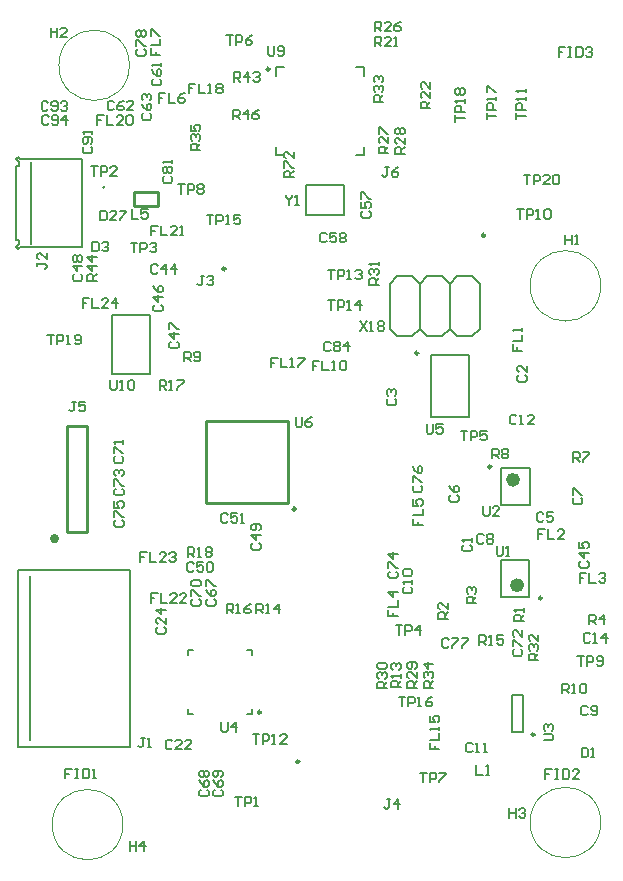
<source format=gto>
G04 Layer_Color=65535*
%FSLAX24Y24*%
%MOIN*%
G70*
G01*
G75*
%ADD44C,0.0060*%
%ADD45C,0.0080*%
%ADD46C,0.0050*%
%ADD47C,0.0100*%
%ADD53C,0.0070*%
%ADD55C,0.0160*%
%ADD94C,0.0098*%
%ADD95C,0.0236*%
%ADD96C,0.0010*%
%ADD97C,0.0098*%
%ADD98C,0.0039*%
%ADD99C,0.0079*%
D44*
X12271Y19940D02*
X12771D01*
X12021Y18190D02*
Y19690D01*
Y18190D02*
X12271Y17940D01*
X12771D01*
X13021Y18190D01*
X12021Y19690D02*
X12271Y19940D01*
X12771D02*
X13021Y19690D01*
X14271Y19940D02*
X14771D01*
X13271D02*
X13771D01*
X13021Y18190D02*
Y19690D01*
X14021Y18190D02*
Y19690D01*
X13021Y18190D02*
X13271Y17940D01*
X13771D01*
X14021Y18190D01*
X14271Y17940D01*
X14771D01*
X15021Y18190D01*
Y19690D01*
X13021D02*
X13271Y19940D01*
X13771D02*
X14021Y19690D01*
X14271Y19940D01*
X14771D02*
X15021Y19690D01*
D45*
X2506Y22901D02*
G03*
X2506Y22901I-31J0D01*
G01*
X-388Y10153D02*
X3362D01*
Y4247D02*
Y10153D01*
X-388Y4247D02*
X3362D01*
X-388D02*
Y10153D01*
X6Y4493D02*
Y9956D01*
X-443Y23854D02*
X-384Y23913D01*
X-325Y23854D01*
X1752D01*
Y20901D02*
Y23854D01*
X-443Y23618D02*
X-335D01*
Y23746D01*
X-443Y23854D02*
X-335Y23746D01*
X-443Y20901D02*
X-335Y21009D01*
Y21137D01*
X-443Y20901D02*
X-384Y20842D01*
X-443Y21137D02*
X-335D01*
X39Y21019D02*
Y23736D01*
X-443Y21137D02*
X-443Y21137D01*
X-443Y21137D02*
Y23618D01*
X-325Y20901D02*
X1752D01*
X-384Y20842D02*
X-325Y20901D01*
X2753Y18642D02*
X4013D01*
X2753Y16673D02*
Y18642D01*
Y16673D02*
X4013D01*
Y18642D01*
D46*
X9219Y21992D02*
X10479D01*
Y22984D01*
X9219D02*
X10479D01*
X9219Y21992D02*
Y22984D01*
D47*
X8887Y12175D02*
G03*
X8887Y12175I-56J0D01*
G01*
X1253Y11417D02*
X1922D01*
Y14961D01*
X1253D02*
X1922D01*
X1253Y11417D02*
Y14961D01*
X5879Y12372D02*
X8635D01*
X5879D02*
Y15128D01*
X8635D01*
Y12372D02*
Y15128D01*
X4274Y22281D02*
Y22754D01*
X3486D02*
X4274D01*
X3486Y22281D02*
Y22754D01*
Y22281D02*
X4274D01*
D53*
X5700Y24140D02*
X5380D01*
Y24300D01*
X5433Y24353D01*
X5540D01*
X5593Y24300D01*
Y24140D01*
Y24247D02*
X5700Y24353D01*
X5433Y24460D02*
X5380Y24513D01*
Y24620D01*
X5433Y24673D01*
X5487D01*
X5540Y24620D01*
Y24567D01*
Y24620D01*
X5593Y24673D01*
X5647D01*
X5700Y24620D01*
Y24513D01*
X5647Y24460D01*
X5380Y24993D02*
Y24780D01*
X5540D01*
X5487Y24886D01*
Y24940D01*
X5540Y24993D01*
X5647D01*
X5700Y24940D01*
Y24833D01*
X5647Y24780D01*
X13460Y6220D02*
X13140D01*
Y6380D01*
X13193Y6433D01*
X13300D01*
X13353Y6380D01*
Y6220D01*
Y6327D02*
X13460Y6433D01*
X13193Y6540D02*
X13140Y6593D01*
Y6700D01*
X13193Y6753D01*
X13247D01*
X13300Y6700D01*
Y6647D01*
Y6700D01*
X13353Y6753D01*
X13407D01*
X13460Y6700D01*
Y6593D01*
X13407Y6540D01*
X13460Y7020D02*
X13140D01*
X13300Y6860D01*
Y7073D01*
X11920Y6210D02*
X11600D01*
Y6370D01*
X11653Y6423D01*
X11760D01*
X11813Y6370D01*
Y6210D01*
Y6317D02*
X11920Y6423D01*
X11653Y6530D02*
X11600Y6583D01*
Y6690D01*
X11653Y6743D01*
X11707D01*
X11760Y6690D01*
Y6637D01*
Y6690D01*
X11813Y6743D01*
X11867D01*
X11920Y6690D01*
Y6583D01*
X11867Y6530D01*
X11653Y6850D02*
X11600Y6903D01*
Y7010D01*
X11653Y7063D01*
X11867D01*
X11920Y7010D01*
Y6903D01*
X11867Y6850D01*
X11653D01*
X12920Y6220D02*
X12600D01*
Y6380D01*
X12653Y6433D01*
X12760D01*
X12813Y6380D01*
Y6220D01*
Y6327D02*
X12920Y6433D01*
Y6753D02*
Y6540D01*
X12707Y6753D01*
X12653D01*
X12600Y6700D01*
Y6593D01*
X12653Y6540D01*
X12867Y6860D02*
X12920Y6913D01*
Y7020D01*
X12867Y7073D01*
X12653D01*
X12600Y7020D01*
Y6913D01*
X12653Y6860D01*
X12707D01*
X12760Y6913D01*
Y7073D01*
X13983Y7817D02*
X13930Y7870D01*
X13823D01*
X13770Y7817D01*
Y7603D01*
X13823Y7550D01*
X13930D01*
X13983Y7603D01*
X14090Y7870D02*
X14303D01*
Y7817D01*
X14090Y7603D01*
Y7550D01*
X14410Y7870D02*
X14623D01*
Y7817D01*
X14410Y7603D01*
Y7550D01*
X11800Y25760D02*
X11480D01*
Y25920D01*
X11533Y25973D01*
X11640D01*
X11693Y25920D01*
Y25760D01*
Y25867D02*
X11800Y25973D01*
X11533Y26080D02*
X11480Y26133D01*
Y26240D01*
X11533Y26293D01*
X11587D01*
X11640Y26240D01*
Y26187D01*
Y26240D01*
X11693Y26293D01*
X11747D01*
X11800Y26240D01*
Y26133D01*
X11747Y26080D01*
X11533Y26400D02*
X11480Y26453D01*
Y26560D01*
X11533Y26613D01*
X11587D01*
X11640Y26560D01*
Y26506D01*
Y26560D01*
X11693Y26613D01*
X11747D01*
X11800Y26560D01*
Y26453D01*
X11747Y26400D01*
X11520Y28110D02*
Y28430D01*
X11680D01*
X11733Y28377D01*
Y28270D01*
X11680Y28217D01*
X11520D01*
X11627D02*
X11733Y28110D01*
X12053D02*
X11840D01*
X12053Y28323D01*
Y28377D01*
X12000Y28430D01*
X11893D01*
X11840Y28377D01*
X12373Y28430D02*
X12266Y28377D01*
X12160Y28270D01*
Y28163D01*
X12213Y28110D01*
X12320D01*
X12373Y28163D01*
Y28217D01*
X12320Y28270D01*
X12160D01*
X11520Y27610D02*
Y27930D01*
X11680D01*
X11733Y27877D01*
Y27770D01*
X11680Y27717D01*
X11520D01*
X11627D02*
X11733Y27610D01*
X12053D02*
X11840D01*
X12053Y27823D01*
Y27877D01*
X12000Y27930D01*
X11893D01*
X11840Y27877D01*
X12160Y27610D02*
X12266D01*
X12213D01*
Y27930D01*
X12160Y27877D01*
X2873Y11803D02*
X2820Y11750D01*
Y11643D01*
X2873Y11590D01*
X3087D01*
X3140Y11643D01*
Y11750D01*
X3087Y11803D01*
X2820Y11910D02*
Y12123D01*
X2873D01*
X3087Y11910D01*
X3140D01*
X2820Y12443D02*
Y12230D01*
X2980D01*
X2927Y12336D01*
Y12390D01*
X2980Y12443D01*
X3087D01*
X3140Y12390D01*
Y12283D01*
X3087Y12230D01*
X2873Y12853D02*
X2820Y12800D01*
Y12693D01*
X2873Y12640D01*
X3087D01*
X3140Y12693D01*
Y12800D01*
X3087Y12853D01*
X2820Y12960D02*
Y13173D01*
X2873D01*
X3087Y12960D01*
X3140D01*
X2873Y13280D02*
X2820Y13333D01*
Y13440D01*
X2873Y13493D01*
X2927D01*
X2980Y13440D01*
Y13386D01*
Y13440D01*
X3033Y13493D01*
X3087D01*
X3140Y13440D01*
Y13333D01*
X3087Y13280D01*
X2863Y13933D02*
X2810Y13880D01*
Y13773D01*
X2863Y13720D01*
X3077D01*
X3130Y13773D01*
Y13880D01*
X3077Y13933D01*
X2810Y14040D02*
Y14253D01*
X2863D01*
X3077Y14040D01*
X3130D01*
Y14360D02*
Y14466D01*
Y14413D01*
X2810D01*
X2863Y14360D01*
X17853Y27580D02*
X17640D01*
Y27420D01*
X17747D01*
X17640D01*
Y27260D01*
X17960Y27580D02*
X18067D01*
X18013D01*
Y27260D01*
X17960D01*
X18067D01*
X18226Y27580D02*
Y27260D01*
X18386D01*
X18440Y27313D01*
Y27527D01*
X18386Y27580D01*
X18226D01*
X18546Y27527D02*
X18600Y27580D01*
X18706D01*
X18760Y27527D01*
Y27473D01*
X18706Y27420D01*
X18653D01*
X18706D01*
X18760Y27367D01*
Y27313D01*
X18706Y27260D01*
X18600D01*
X18546Y27313D01*
X17413Y3510D02*
X17200D01*
Y3350D01*
X17307D01*
X17200D01*
Y3190D01*
X17520Y3510D02*
X17627D01*
X17573D01*
Y3190D01*
X17520D01*
X17627D01*
X17786Y3510D02*
Y3190D01*
X17946D01*
X18000Y3243D01*
Y3457D01*
X17946Y3510D01*
X17786D01*
X18320Y3190D02*
X18106D01*
X18320Y3403D01*
Y3457D01*
X18266Y3510D01*
X18160D01*
X18106Y3457D01*
X1413Y3520D02*
X1200D01*
Y3360D01*
X1307D01*
X1200D01*
Y3200D01*
X1520Y3520D02*
X1627D01*
X1573D01*
Y3200D01*
X1520D01*
X1627D01*
X1786Y3520D02*
Y3200D01*
X1946D01*
X2000Y3253D01*
Y3467D01*
X1946Y3520D01*
X1786D01*
X2106Y3200D02*
X2213D01*
X2160D01*
Y3520D01*
X2106Y3467D01*
X5443Y9173D02*
X5390Y9120D01*
Y9013D01*
X5443Y8960D01*
X5657D01*
X5710Y9013D01*
Y9120D01*
X5657Y9173D01*
X5390Y9280D02*
Y9493D01*
X5443D01*
X5657Y9280D01*
X5710D01*
X5443Y9600D02*
X5390Y9653D01*
Y9760D01*
X5443Y9813D01*
X5657D01*
X5710Y9760D01*
Y9653D01*
X5657Y9600D01*
X5443D01*
X6183Y2823D02*
X6130Y2770D01*
Y2663D01*
X6183Y2610D01*
X6397D01*
X6450Y2663D01*
Y2770D01*
X6397Y2823D01*
X6130Y3143D02*
X6183Y3037D01*
X6290Y2930D01*
X6397D01*
X6450Y2983D01*
Y3090D01*
X6397Y3143D01*
X6343D01*
X6290Y3090D01*
Y2930D01*
X6397Y3250D02*
X6450Y3303D01*
Y3410D01*
X6397Y3463D01*
X6183D01*
X6130Y3410D01*
Y3303D01*
X6183Y3250D01*
X6237D01*
X6290Y3303D01*
Y3463D01*
X5723Y2823D02*
X5670Y2770D01*
Y2663D01*
X5723Y2610D01*
X5937D01*
X5990Y2663D01*
Y2770D01*
X5937Y2823D01*
X5670Y3143D02*
X5723Y3037D01*
X5830Y2930D01*
X5937D01*
X5990Y2983D01*
Y3090D01*
X5937Y3143D01*
X5883D01*
X5830Y3090D01*
Y2930D01*
X5723Y3250D02*
X5670Y3303D01*
Y3410D01*
X5723Y3463D01*
X5777D01*
X5830Y3410D01*
X5883Y3463D01*
X5937D01*
X5990Y3410D01*
Y3303D01*
X5937Y3250D01*
X5883D01*
X5830Y3303D01*
X5777Y3250D01*
X5723D01*
X5830Y3303D02*
Y3410D01*
X5943Y9173D02*
X5890Y9120D01*
Y9013D01*
X5943Y8960D01*
X6157D01*
X6210Y9013D01*
Y9120D01*
X6157Y9173D01*
X5890Y9493D02*
X5943Y9387D01*
X6050Y9280D01*
X6157D01*
X6210Y9333D01*
Y9440D01*
X6157Y9493D01*
X6103D01*
X6050Y9440D01*
Y9280D01*
X5890Y9600D02*
Y9813D01*
X5943D01*
X6157Y9600D01*
X6210D01*
X7956Y27602D02*
Y27336D01*
X8009Y27283D01*
X8116D01*
X8169Y27336D01*
Y27602D01*
X8276Y27336D02*
X8329Y27283D01*
X8436D01*
X8489Y27336D01*
Y27549D01*
X8436Y27602D01*
X8329D01*
X8276Y27549D01*
Y27496D01*
X8329Y27443D01*
X8489D01*
X12390Y6240D02*
X12070D01*
Y6400D01*
X12123Y6453D01*
X12230D01*
X12283Y6400D01*
Y6240D01*
Y6347D02*
X12390Y6453D01*
Y6560D02*
Y6667D01*
Y6613D01*
X12070D01*
X12123Y6560D01*
Y6826D02*
X12070Y6880D01*
Y6986D01*
X12123Y7040D01*
X12177D01*
X12230Y6986D01*
Y6933D01*
Y6986D01*
X12283Y7040D01*
X12337D01*
X12390Y6986D01*
Y6880D01*
X12337Y6826D01*
X17770Y6040D02*
Y6360D01*
X17930D01*
X17983Y6307D01*
Y6200D01*
X17930Y6147D01*
X17770D01*
X17877D02*
X17983Y6040D01*
X18090D02*
X18197D01*
X18143D01*
Y6360D01*
X18090Y6307D01*
X18356D02*
X18410Y6360D01*
X18516D01*
X18570Y6307D01*
Y6093D01*
X18516Y6040D01*
X18410D01*
X18356Y6093D01*
Y6307D01*
X16233Y15267D02*
X16180Y15320D01*
X16073D01*
X16020Y15267D01*
Y15053D01*
X16073Y15000D01*
X16180D01*
X16233Y15053D01*
X16340Y15000D02*
X16447D01*
X16393D01*
Y15320D01*
X16340Y15267D01*
X16820Y15000D02*
X16606D01*
X16820Y15213D01*
Y15267D01*
X16766Y15320D01*
X16660D01*
X16606Y15267D01*
X17140Y4470D02*
X17407D01*
X17460Y4523D01*
Y4630D01*
X17407Y4683D01*
X17140D01*
X17193Y4790D02*
X17140Y4843D01*
Y4950D01*
X17193Y5003D01*
X17247D01*
X17300Y4950D01*
Y4897D01*
Y4950D01*
X17353Y5003D01*
X17407D01*
X17460Y4950D01*
Y4843D01*
X17407Y4790D01*
X15130Y12280D02*
Y12013D01*
X15183Y11960D01*
X15290D01*
X15343Y12013D01*
Y12280D01*
X15663Y11960D02*
X15450D01*
X15663Y12173D01*
Y12227D01*
X15610Y12280D01*
X15503D01*
X15450Y12227D01*
X15577Y10948D02*
Y10681D01*
X15631Y10628D01*
X15737D01*
X15791Y10681D01*
Y10948D01*
X15897Y10628D02*
X16004D01*
X15951D01*
Y10948D01*
X15897Y10894D01*
X15430Y13870D02*
Y14190D01*
X15590D01*
X15643Y14137D01*
Y14030D01*
X15590Y13977D01*
X15430D01*
X15537D02*
X15643Y13870D01*
X15750Y14137D02*
X15803Y14190D01*
X15910D01*
X15963Y14137D01*
Y14083D01*
X15910Y14030D01*
X15963Y13977D01*
Y13923D01*
X15910Y13870D01*
X15803D01*
X15750Y13923D01*
Y13977D01*
X15803Y14030D01*
X15750Y14083D01*
Y14137D01*
X15803Y14030D02*
X15910D01*
X18130Y13758D02*
Y14078D01*
X18290D01*
X18344Y14025D01*
Y13918D01*
X18290Y13865D01*
X18130D01*
X18237D02*
X18344Y13758D01*
X18450Y14078D02*
X18664D01*
Y14025D01*
X18450Y13811D01*
Y13758D01*
X15000Y7650D02*
Y7970D01*
X15160D01*
X15213Y7917D01*
Y7810D01*
X15160Y7757D01*
X15000D01*
X15107D02*
X15213Y7650D01*
X15320D02*
X15427D01*
X15373D01*
Y7970D01*
X15320Y7917D01*
X15800Y7970D02*
X15586D01*
Y7810D01*
X15693Y7863D01*
X15746D01*
X15800Y7810D01*
Y7703D01*
X15746Y7650D01*
X15640D01*
X15586Y7703D01*
X18660Y8340D02*
Y8660D01*
X18820D01*
X18873Y8607D01*
Y8500D01*
X18820Y8447D01*
X18660D01*
X18767D02*
X18873Y8340D01*
X19140D02*
Y8660D01*
X18980Y8500D01*
X19193D01*
X14900Y9040D02*
X14580D01*
Y9200D01*
X14633Y9253D01*
X14740D01*
X14793Y9200D01*
Y9040D01*
Y9147D02*
X14900Y9253D01*
X14633Y9360D02*
X14580Y9413D01*
Y9520D01*
X14633Y9573D01*
X14687D01*
X14740Y9520D01*
Y9467D01*
Y9520D01*
X14793Y9573D01*
X14847D01*
X14900Y9520D01*
Y9413D01*
X14847Y9360D01*
X13950Y8520D02*
X13630D01*
Y8680D01*
X13683Y8733D01*
X13790D01*
X13843Y8680D01*
Y8520D01*
Y8627D02*
X13950Y8733D01*
Y9053D02*
Y8840D01*
X13737Y9053D01*
X13683D01*
X13630Y9000D01*
Y8893D01*
X13683Y8840D01*
X16490Y8440D02*
X16170D01*
Y8600D01*
X16223Y8653D01*
X16330D01*
X16383Y8600D01*
Y8440D01*
Y8547D02*
X16490Y8653D01*
Y8760D02*
Y8867D01*
Y8813D01*
X16170D01*
X16223Y8760D01*
X14900Y3650D02*
Y3330D01*
X15113D01*
X15220D02*
X15327D01*
X15273D01*
Y3650D01*
X15220Y3597D01*
X3843Y4560D02*
X3737D01*
X3790D01*
Y4293D01*
X3737Y4240D01*
X3683D01*
X3630Y4293D01*
X3950Y4240D02*
X4057D01*
X4003D01*
Y4560D01*
X3950Y4507D01*
X18373Y10443D02*
X18320Y10390D01*
Y10283D01*
X18373Y10230D01*
X18587D01*
X18640Y10283D01*
Y10390D01*
X18587Y10443D01*
X18640Y10710D02*
X18320D01*
X18480Y10550D01*
Y10763D01*
X18320Y11083D02*
Y10870D01*
X18480D01*
X18427Y10976D01*
Y11030D01*
X18480Y11083D01*
X18587D01*
X18640Y11030D01*
Y10923D01*
X18587Y10870D01*
X14773Y4337D02*
X14720Y4390D01*
X14613D01*
X14560Y4337D01*
Y4123D01*
X14613Y4070D01*
X14720D01*
X14773Y4123D01*
X14880Y4070D02*
X14987D01*
X14933D01*
Y4390D01*
X14880Y4337D01*
X15146Y4070D02*
X15253D01*
X15200D01*
Y4390D01*
X15146Y4337D01*
X12503Y9583D02*
X12450Y9530D01*
Y9423D01*
X12503Y9370D01*
X12717D01*
X12770Y9423D01*
Y9530D01*
X12717Y9583D01*
X12770Y9690D02*
Y9797D01*
Y9743D01*
X12450D01*
X12503Y9690D01*
Y9956D02*
X12450Y10010D01*
Y10116D01*
X12503Y10170D01*
X12717D01*
X12770Y10116D01*
Y10010D01*
X12717Y9956D01*
X12503D01*
X18613Y5567D02*
X18560Y5620D01*
X18453D01*
X18400Y5567D01*
Y5353D01*
X18453Y5300D01*
X18560D01*
X18613Y5353D01*
X18720D02*
X18773Y5300D01*
X18880D01*
X18933Y5353D01*
Y5567D01*
X18880Y5620D01*
X18773D01*
X18720Y5567D01*
Y5513D01*
X18773Y5460D01*
X18933D01*
X15143Y11297D02*
X15090Y11350D01*
X14983D01*
X14930Y11297D01*
Y11083D01*
X14983Y11030D01*
X15090D01*
X15143Y11083D01*
X15250Y11297D02*
X15303Y11350D01*
X15410D01*
X15463Y11297D01*
Y11243D01*
X15410Y11190D01*
X15463Y11137D01*
Y11083D01*
X15410Y11030D01*
X15303D01*
X15250Y11083D01*
Y11137D01*
X15303Y11190D01*
X15250Y11243D01*
Y11297D01*
X15303Y11190D02*
X15410D01*
X18163Y12553D02*
X18110Y12500D01*
Y12393D01*
X18163Y12340D01*
X18377D01*
X18430Y12393D01*
Y12500D01*
X18377Y12553D01*
X18110Y12660D02*
Y12873D01*
X18163D01*
X18377Y12660D01*
X18430D01*
X14043Y12633D02*
X13990Y12580D01*
Y12473D01*
X14043Y12420D01*
X14257D01*
X14310Y12473D01*
Y12580D01*
X14257Y12633D01*
X13990Y12953D02*
X14043Y12847D01*
X14150Y12740D01*
X14257D01*
X14310Y12793D01*
Y12900D01*
X14257Y12953D01*
X14203D01*
X14150Y12900D01*
Y12740D01*
X17133Y12017D02*
X17080Y12070D01*
X16973D01*
X16920Y12017D01*
Y11803D01*
X16973Y11750D01*
X17080D01*
X17133Y11803D01*
X17453Y12070D02*
X17240D01*
Y11910D01*
X17347Y11963D01*
X17400D01*
X17453Y11910D01*
Y11803D01*
X17400Y11750D01*
X17293D01*
X17240Y11803D01*
X18693Y7997D02*
X18640Y8050D01*
X18533D01*
X18480Y7997D01*
Y7783D01*
X18533Y7730D01*
X18640D01*
X18693Y7783D01*
X18800Y7730D02*
X18907D01*
X18853D01*
Y8050D01*
X18800Y7997D01*
X19226Y7730D02*
Y8050D01*
X19066Y7890D01*
X19280D01*
X11963Y15853D02*
X11910Y15800D01*
Y15693D01*
X11963Y15640D01*
X12177D01*
X12230Y15693D01*
Y15800D01*
X12177Y15853D01*
X11963Y15960D02*
X11910Y16013D01*
Y16120D01*
X11963Y16173D01*
X12017D01*
X12070Y16120D01*
Y16067D01*
Y16120D01*
X12123Y16173D01*
X12177D01*
X12230Y16120D01*
Y16013D01*
X12177Y15960D01*
X16323Y16643D02*
X16270Y16590D01*
Y16483D01*
X16323Y16430D01*
X16537D01*
X16590Y16483D01*
Y16590D01*
X16537Y16643D01*
X16590Y16963D02*
Y16750D01*
X16377Y16963D01*
X16323D01*
X16270Y16910D01*
Y16803D01*
X16323Y16750D01*
X14483Y10983D02*
X14430Y10930D01*
Y10823D01*
X14483Y10770D01*
X14697D01*
X14750Y10823D01*
Y10930D01*
X14697Y10983D01*
X14750Y11090D02*
Y11197D01*
Y11143D01*
X14430D01*
X14483Y11090D01*
X18410Y4230D02*
Y3910D01*
X18570D01*
X18623Y3963D01*
Y4177D01*
X18570Y4230D01*
X18410D01*
X18730Y3910D02*
X18837D01*
X18783D01*
Y4230D01*
X18730Y4177D01*
X1543Y15760D02*
X1437D01*
X1490D01*
Y15493D01*
X1437Y15440D01*
X1383D01*
X1330Y15493D01*
X1863Y15760D02*
X1650D01*
Y15600D01*
X1757Y15653D01*
X1810D01*
X1863Y15600D01*
Y15493D01*
X1810Y15440D01*
X1703D01*
X1650Y15493D01*
X13240Y15010D02*
Y14743D01*
X13293Y14690D01*
X13400D01*
X13453Y14743D01*
Y15010D01*
X13773D02*
X13560D01*
Y14850D01*
X13667Y14903D01*
X13720D01*
X13773Y14850D01*
Y14743D01*
X13720Y14690D01*
X13613D01*
X13560Y14743D01*
X8880Y15250D02*
Y14983D01*
X8933Y14930D01*
X9040D01*
X9093Y14983D01*
Y15250D01*
X9413D02*
X9307Y15197D01*
X9200Y15090D01*
Y14983D01*
X9253Y14930D01*
X9360D01*
X9413Y14983D01*
Y15037D01*
X9360Y15090D01*
X9200D01*
X1493Y20003D02*
X1440Y19950D01*
Y19843D01*
X1493Y19790D01*
X1707D01*
X1760Y19843D01*
Y19950D01*
X1707Y20003D01*
X1760Y20270D02*
X1440D01*
X1600Y20110D01*
Y20323D01*
X1493Y20430D02*
X1440Y20483D01*
Y20590D01*
X1493Y20643D01*
X1547D01*
X1600Y20590D01*
X1653Y20643D01*
X1707D01*
X1760Y20590D01*
Y20483D01*
X1707Y20430D01*
X1653D01*
X1600Y20483D01*
X1547Y20430D01*
X1493D01*
X1600Y20483D02*
Y20590D01*
X6793Y25176D02*
Y25495D01*
X6953D01*
X7006Y25442D01*
Y25336D01*
X6953Y25282D01*
X6793D01*
X6900D02*
X7006Y25176D01*
X7273D02*
Y25495D01*
X7113Y25336D01*
X7326D01*
X7646Y25495D02*
X7539Y25442D01*
X7433Y25336D01*
Y25229D01*
X7486Y25176D01*
X7593D01*
X7646Y25229D01*
Y25282D01*
X7593Y25336D01*
X7433D01*
X6820Y26430D02*
Y26750D01*
X6980D01*
X7033Y26697D01*
Y26590D01*
X6980Y26537D01*
X6820D01*
X6927D02*
X7033Y26430D01*
X7300D02*
Y26750D01*
X7140Y26590D01*
X7353D01*
X7460Y26697D02*
X7513Y26750D01*
X7620D01*
X7673Y26697D01*
Y26643D01*
X7620Y26590D01*
X7566D01*
X7620D01*
X7673Y26537D01*
Y26483D01*
X7620Y26430D01*
X7513D01*
X7460Y26483D01*
X2240Y19790D02*
X1920D01*
Y19950D01*
X1973Y20003D01*
X2080D01*
X2133Y19950D01*
Y19790D01*
Y19897D02*
X2240Y20003D01*
Y20270D02*
X1920D01*
X2080Y20110D01*
Y20323D01*
X2240Y20590D02*
X1920D01*
X2080Y20430D01*
Y20643D01*
X3407Y22174D02*
Y21854D01*
X3621D01*
X3940Y22174D02*
X3727D01*
Y22014D01*
X3834Y22067D01*
X3887D01*
X3940Y22014D01*
Y21907D01*
X3887Y21854D01*
X3781D01*
X3727Y21907D01*
X2370Y22130D02*
Y21810D01*
X2530D01*
X2583Y21863D01*
Y22077D01*
X2530Y22130D01*
X2370D01*
X2903Y21810D02*
X2690D01*
X2903Y22023D01*
Y22077D01*
X2850Y22130D01*
X2743D01*
X2690Y22077D01*
X3010Y22130D02*
X3223D01*
Y22077D01*
X3010Y21863D01*
Y21810D01*
X1833Y24253D02*
X1780Y24200D01*
Y24093D01*
X1833Y24040D01*
X2047D01*
X2100Y24093D01*
Y24200D01*
X2047Y24253D01*
Y24360D02*
X2100Y24413D01*
Y24520D01*
X2047Y24573D01*
X1833D01*
X1780Y24520D01*
Y24413D01*
X1833Y24360D01*
X1887D01*
X1940Y24413D01*
Y24573D01*
X2100Y24680D02*
Y24786D01*
Y24733D01*
X1780D01*
X1833Y24680D01*
X2823Y25737D02*
X2770Y25790D01*
X2663D01*
X2610Y25737D01*
Y25523D01*
X2663Y25470D01*
X2770D01*
X2823Y25523D01*
X3143Y25790D02*
X3037Y25737D01*
X2930Y25630D01*
Y25523D01*
X2983Y25470D01*
X3090D01*
X3143Y25523D01*
Y25577D01*
X3090Y25630D01*
X2930D01*
X3463Y25470D02*
X3250D01*
X3463Y25683D01*
Y25737D01*
X3410Y25790D01*
X3303D01*
X3250Y25737D01*
X2483Y25300D02*
X2270D01*
Y25140D01*
X2377D01*
X2270D01*
Y24980D01*
X2590Y25300D02*
Y24980D01*
X2803D01*
X3123D02*
X2910D01*
X3123Y25193D01*
Y25247D01*
X3070Y25300D01*
X2963D01*
X2910Y25247D01*
X3230D02*
X3283Y25300D01*
X3390D01*
X3443Y25247D01*
Y25033D01*
X3390Y24980D01*
X3283D01*
X3230Y25033D01*
Y25247D01*
X4283Y21620D02*
X4070D01*
Y21460D01*
X4177D01*
X4070D01*
Y21300D01*
X4390Y21620D02*
Y21300D01*
X4603D01*
X4923D02*
X4710D01*
X4923Y21513D01*
Y21567D01*
X4870Y21620D01*
X4763D01*
X4710Y21567D01*
X5030Y21300D02*
X5136D01*
X5083D01*
Y21620D01*
X5030Y21567D01*
X8550Y22640D02*
Y22587D01*
X8657Y22480D01*
X8763Y22587D01*
Y22640D01*
X8657Y22480D02*
Y22320D01*
X8870D02*
X8977D01*
X8923D01*
Y22640D01*
X8870Y22587D01*
X9913Y21337D02*
X9860Y21390D01*
X9753D01*
X9700Y21337D01*
Y21123D01*
X9753Y21070D01*
X9860D01*
X9913Y21123D01*
X10233Y21390D02*
X10020D01*
Y21230D01*
X10127Y21283D01*
X10180D01*
X10233Y21230D01*
Y21123D01*
X10180Y21070D01*
X10073D01*
X10020Y21123D01*
X10340Y21337D02*
X10393Y21390D01*
X10500D01*
X10553Y21337D01*
Y21283D01*
X10500Y21230D01*
X10553Y21177D01*
Y21123D01*
X10500Y21070D01*
X10393D01*
X10340Y21123D01*
Y21177D01*
X10393Y21230D01*
X10340Y21283D01*
Y21337D01*
X10393Y21230D02*
X10500D01*
X11123Y22103D02*
X11070Y22050D01*
Y21943D01*
X11123Y21890D01*
X11337D01*
X11390Y21943D01*
Y22050D01*
X11337Y22103D01*
X11070Y22423D02*
Y22210D01*
X11230D01*
X11177Y22317D01*
Y22370D01*
X11230Y22423D01*
X11337D01*
X11390Y22370D01*
Y22263D01*
X11337Y22210D01*
X11070Y22530D02*
Y22743D01*
X11123D01*
X11337Y22530D01*
X11390D01*
X260Y20393D02*
Y20287D01*
Y20340D01*
X527D01*
X580Y20287D01*
Y20233D01*
X527Y20180D01*
X580Y20713D02*
Y20500D01*
X367Y20713D01*
X313D01*
X260Y20660D01*
Y20553D01*
X313Y20500D01*
X8806Y23233D02*
X8486D01*
Y23393D01*
X8540Y23446D01*
X8646D01*
X8699Y23393D01*
Y23233D01*
Y23339D02*
X8806Y23446D01*
X8486Y23552D02*
Y23766D01*
X8540D01*
X8753Y23552D01*
X8806D01*
Y24086D02*
Y23872D01*
X8593Y24086D01*
X8540D01*
X8486Y24032D01*
Y23926D01*
X8540Y23872D01*
X3380Y21060D02*
X3593D01*
X3487D01*
Y20740D01*
X3700D02*
Y21060D01*
X3860D01*
X3913Y21007D01*
Y20900D01*
X3860Y20847D01*
X3700D01*
X4020Y21007D02*
X4073Y21060D01*
X4180D01*
X4233Y21007D01*
Y20953D01*
X4180Y20900D01*
X4126D01*
X4180D01*
X4233Y20847D01*
Y20793D01*
X4180Y20740D01*
X4073D01*
X4020Y20793D01*
X4763Y4437D02*
X4710Y4490D01*
X4603D01*
X4550Y4437D01*
Y4223D01*
X4603Y4170D01*
X4710D01*
X4763Y4223D01*
X5083Y4170D02*
X4870D01*
X5083Y4383D01*
Y4437D01*
X5030Y4490D01*
X4923D01*
X4870Y4437D01*
X5403Y4170D02*
X5190D01*
X5403Y4383D01*
Y4437D01*
X5350Y4490D01*
X5243D01*
X5190Y4437D01*
X4283Y8243D02*
X4230Y8190D01*
Y8083D01*
X4283Y8030D01*
X4497D01*
X4550Y8083D01*
Y8190D01*
X4497Y8243D01*
X4550Y8563D02*
Y8350D01*
X4337Y8563D01*
X4283D01*
X4230Y8510D01*
Y8403D01*
X4283Y8350D01*
X4550Y8830D02*
X4230D01*
X4390Y8670D01*
Y8883D01*
X4273Y9380D02*
X4060D01*
Y9220D01*
X4167D01*
X4060D01*
Y9060D01*
X4380Y9380D02*
Y9060D01*
X4593D01*
X4913D02*
X4700D01*
X4913Y9273D01*
Y9327D01*
X4860Y9380D01*
X4753D01*
X4700Y9327D01*
X5233Y9060D02*
X5020D01*
X5233Y9273D01*
Y9327D01*
X5180Y9380D01*
X5073D01*
X5020Y9327D01*
X7570Y8700D02*
Y9020D01*
X7730D01*
X7783Y8967D01*
Y8860D01*
X7730Y8807D01*
X7570D01*
X7677D02*
X7783Y8700D01*
X7890D02*
X7997D01*
X7943D01*
Y9020D01*
X7890Y8967D01*
X8316Y8700D02*
Y9020D01*
X8156Y8860D01*
X8370D01*
X6580Y8700D02*
Y9020D01*
X6740D01*
X6793Y8967D01*
Y8860D01*
X6740Y8807D01*
X6580D01*
X6687D02*
X6793Y8700D01*
X6900D02*
X7007D01*
X6953D01*
Y9020D01*
X6900Y8967D01*
X7380Y9020D02*
X7273Y8967D01*
X7166Y8860D01*
Y8753D01*
X7220Y8700D01*
X7326D01*
X7380Y8753D01*
Y8807D01*
X7326Y8860D01*
X7166D01*
X6400Y5070D02*
Y4803D01*
X6453Y4750D01*
X6560D01*
X6613Y4803D01*
Y5070D01*
X6880Y4750D02*
Y5070D01*
X6720Y4910D01*
X6933D01*
X2060Y23610D02*
X2273D01*
X2167D01*
Y23290D01*
X2380D02*
Y23610D01*
X2540D01*
X2593Y23557D01*
Y23450D01*
X2540Y23397D01*
X2380D01*
X2913Y23290D02*
X2700D01*
X2913Y23503D01*
Y23557D01*
X2860Y23610D01*
X2753D01*
X2700Y23557D01*
X4283Y20287D02*
X4230Y20340D01*
X4123D01*
X4070Y20287D01*
Y20073D01*
X4123Y20020D01*
X4230D01*
X4283Y20073D01*
X4550Y20020D02*
Y20340D01*
X4390Y20180D01*
X4603D01*
X4870Y20020D02*
Y20340D01*
X4710Y20180D01*
X4923D01*
X4183Y18983D02*
X4130Y18930D01*
Y18823D01*
X4183Y18770D01*
X4397D01*
X4450Y18823D01*
Y18930D01*
X4397Y18983D01*
X4450Y19250D02*
X4130D01*
X4290Y19090D01*
Y19303D01*
X4130Y19623D02*
X4183Y19516D01*
X4290Y19410D01*
X4397D01*
X4450Y19463D01*
Y19570D01*
X4397Y19623D01*
X4343D01*
X4290Y19570D01*
Y19410D01*
X4713Y17753D02*
X4660Y17700D01*
Y17593D01*
X4713Y17540D01*
X4927D01*
X4980Y17593D01*
Y17700D01*
X4927Y17753D01*
X4980Y18020D02*
X4660D01*
X4820Y17860D01*
Y18073D01*
X4660Y18180D02*
Y18393D01*
X4713D01*
X4927Y18180D01*
X4980D01*
X7453Y11043D02*
X7400Y10990D01*
Y10883D01*
X7453Y10830D01*
X7667D01*
X7720Y10883D01*
Y10990D01*
X7667Y11043D01*
X7720Y11310D02*
X7400D01*
X7560Y11150D01*
Y11363D01*
X7667Y11470D02*
X7720Y11523D01*
Y11630D01*
X7667Y11683D01*
X7453D01*
X7400Y11630D01*
Y11523D01*
X7453Y11470D01*
X7507D01*
X7560Y11523D01*
Y11683D01*
X5483Y10357D02*
X5430Y10410D01*
X5323D01*
X5270Y10357D01*
Y10143D01*
X5323Y10090D01*
X5430D01*
X5483Y10143D01*
X5803Y10410D02*
X5590D01*
Y10250D01*
X5697Y10303D01*
X5750D01*
X5803Y10250D01*
Y10143D01*
X5750Y10090D01*
X5643D01*
X5590Y10143D01*
X5910Y10357D02*
X5963Y10410D01*
X6070D01*
X6123Y10357D01*
Y10143D01*
X6070Y10090D01*
X5963D01*
X5910Y10143D01*
Y10357D01*
X6613Y11987D02*
X6560Y12040D01*
X6453D01*
X6400Y11987D01*
Y11773D01*
X6453Y11720D01*
X6560D01*
X6613Y11773D01*
X6933Y12040D02*
X6720D01*
Y11880D01*
X6827Y11933D01*
X6880D01*
X6933Y11880D01*
Y11773D01*
X6880Y11720D01*
X6773D01*
X6720Y11773D01*
X7040Y11720D02*
X7146D01*
X7093D01*
Y12040D01*
X7040Y11987D01*
X17870Y21320D02*
Y21000D01*
Y21160D01*
X18083D01*
Y21320D01*
Y21000D01*
X18190D02*
X18297D01*
X18243D01*
Y21320D01*
X18190Y21267D01*
X710Y28230D02*
Y27910D01*
Y28070D01*
X923D01*
Y28230D01*
Y27910D01*
X1243D02*
X1030D01*
X1243Y28123D01*
Y28177D01*
X1190Y28230D01*
X1083D01*
X1030Y28177D01*
X16000Y2210D02*
Y1890D01*
Y2050D01*
X16213D01*
Y2210D01*
Y1890D01*
X16320Y2157D02*
X16373Y2210D01*
X16480D01*
X16533Y2157D01*
Y2103D01*
X16480Y2050D01*
X16427D01*
X16480D01*
X16533Y1997D01*
Y1943D01*
X16480Y1890D01*
X16373D01*
X16320Y1943D01*
X3350Y1110D02*
Y790D01*
Y950D01*
X3563D01*
Y1110D01*
Y790D01*
X3830D02*
Y1110D01*
X3670Y950D01*
X3883D01*
X1993Y19210D02*
X1780D01*
Y19050D01*
X1887D01*
X1780D01*
Y18890D01*
X2100Y19210D02*
Y18890D01*
X2313D01*
X2633D02*
X2420D01*
X2633Y19103D01*
Y19157D01*
X2580Y19210D01*
X2473D01*
X2420Y19157D01*
X2900Y18890D02*
Y19210D01*
X2740Y19050D01*
X2953D01*
X5160Y17100D02*
Y17420D01*
X5320D01*
X5373Y17367D01*
Y17260D01*
X5320Y17207D01*
X5160D01*
X5267D02*
X5373Y17100D01*
X5480Y17153D02*
X5533Y17100D01*
X5640D01*
X5693Y17153D01*
Y17367D01*
X5640Y17420D01*
X5533D01*
X5480Y17367D01*
Y17313D01*
X5533Y17260D01*
X5693D01*
X4340Y16160D02*
Y16480D01*
X4500D01*
X4553Y16427D01*
Y16320D01*
X4500Y16267D01*
X4340D01*
X4447D02*
X4553Y16160D01*
X4660D02*
X4767D01*
X4713D01*
Y16480D01*
X4660Y16427D01*
X4926Y16480D02*
X5140D01*
Y16427D01*
X4926Y16213D01*
Y16160D01*
X5290Y10580D02*
Y10900D01*
X5450D01*
X5503Y10847D01*
Y10740D01*
X5450Y10687D01*
X5290D01*
X5397D02*
X5503Y10580D01*
X5610D02*
X5717D01*
X5663D01*
Y10900D01*
X5610Y10847D01*
X5876D02*
X5930Y10900D01*
X6036D01*
X6090Y10847D01*
Y10793D01*
X6036Y10740D01*
X6090Y10687D01*
Y10633D01*
X6036Y10580D01*
X5930D01*
X5876Y10633D01*
Y10687D01*
X5930Y10740D01*
X5876Y10793D01*
Y10847D01*
X5930Y10740D02*
X6036D01*
X2700Y16470D02*
Y16203D01*
X2753Y16150D01*
X2860D01*
X2913Y16203D01*
Y16470D01*
X3020Y16150D02*
X3127D01*
X3073D01*
Y16470D01*
X3020Y16417D01*
X3286D02*
X3340Y16470D01*
X3446D01*
X3500Y16417D01*
Y16203D01*
X3446Y16150D01*
X3340D01*
X3286Y16203D01*
Y16417D01*
X11973Y23580D02*
X11867D01*
X11920D01*
Y23313D01*
X11867Y23260D01*
X11813D01*
X11760Y23313D01*
X12293Y23580D02*
X12187Y23527D01*
X12080Y23420D01*
Y23313D01*
X12133Y23260D01*
X12240D01*
X12293Y23313D01*
Y23367D01*
X12240Y23420D01*
X12080D01*
X5813Y19960D02*
X5707D01*
X5760D01*
Y19693D01*
X5707Y19640D01*
X5653D01*
X5600Y19693D01*
X5920Y19907D02*
X5973Y19960D01*
X6080D01*
X6133Y19907D01*
Y19853D01*
X6080Y19800D01*
X6027D01*
X6080D01*
X6133Y19747D01*
Y19693D01*
X6080Y19640D01*
X5973D01*
X5920Y19693D01*
X12033Y2510D02*
X11927D01*
X11980D01*
Y2243D01*
X11927Y2190D01*
X11873D01*
X11820Y2243D01*
X12300Y2190D02*
Y2510D01*
X12140Y2350D01*
X12353D01*
X2100Y20770D02*
Y21090D01*
X2260D01*
X2313Y21037D01*
Y20823D01*
X2260Y20770D01*
X2100D01*
X2420Y20823D02*
X2473Y20770D01*
X2580D01*
X2633Y20823D01*
Y20877D01*
X2580Y20930D01*
X2527D01*
X2580D01*
X2633Y20983D01*
Y21037D01*
X2580Y21090D01*
X2473D01*
X2420Y21037D01*
X12510Y24030D02*
X12190D01*
Y24190D01*
X12243Y24243D01*
X12350D01*
X12403Y24190D01*
Y24030D01*
Y24137D02*
X12510Y24243D01*
Y24563D02*
Y24350D01*
X12297Y24563D01*
X12243D01*
X12190Y24510D01*
Y24403D01*
X12243Y24350D01*
Y24670D02*
X12190Y24723D01*
Y24830D01*
X12243Y24883D01*
X12297D01*
X12350Y24830D01*
X12403Y24883D01*
X12457D01*
X12510Y24830D01*
Y24723D01*
X12457Y24670D01*
X12403D01*
X12350Y24723D01*
X12297Y24670D01*
X12243D01*
X12350Y24723D02*
Y24830D01*
X11970Y24050D02*
X11650D01*
Y24210D01*
X11703Y24263D01*
X11810D01*
X11863Y24210D01*
Y24050D01*
Y24157D02*
X11970Y24263D01*
Y24583D02*
Y24370D01*
X11757Y24583D01*
X11703D01*
X11650Y24530D01*
Y24423D01*
X11703Y24370D01*
X11650Y24690D02*
Y24903D01*
X11703D01*
X11917Y24690D01*
X11970D01*
X13360Y25550D02*
X13040D01*
Y25710D01*
X13093Y25763D01*
X13200D01*
X13253Y25710D01*
Y25550D01*
Y25657D02*
X13360Y25763D01*
Y26083D02*
Y25870D01*
X13147Y26083D01*
X13093D01*
X13040Y26030D01*
Y25923D01*
X13093Y25870D01*
X13360Y26403D02*
Y26190D01*
X13147Y26403D01*
X13093D01*
X13040Y26350D01*
Y26243D01*
X13093Y26190D01*
X11030Y18440D02*
X11243Y18120D01*
Y18440D02*
X11030Y18120D01*
X11350D02*
X11457D01*
X11403D01*
Y18440D01*
X11350Y18387D01*
X11616D02*
X11670Y18440D01*
X11776D01*
X11830Y18387D01*
Y18333D01*
X11776Y18280D01*
X11830Y18227D01*
Y18173D01*
X11776Y18120D01*
X11670D01*
X11616Y18173D01*
Y18227D01*
X11670Y18280D01*
X11616Y18333D01*
Y18387D01*
X11670Y18280D02*
X11776D01*
X3803Y25373D02*
X3750Y25320D01*
Y25213D01*
X3803Y25160D01*
X4017D01*
X4070Y25213D01*
Y25320D01*
X4017Y25373D01*
X3750Y25693D02*
X3803Y25587D01*
X3910Y25480D01*
X4017D01*
X4070Y25533D01*
Y25640D01*
X4017Y25693D01*
X3963D01*
X3910Y25640D01*
Y25480D01*
X3803Y25800D02*
X3750Y25853D01*
Y25960D01*
X3803Y26013D01*
X3857D01*
X3910Y25960D01*
Y25906D01*
Y25960D01*
X3963Y26013D01*
X4017D01*
X4070Y25960D01*
Y25853D01*
X4017Y25800D01*
X3913Y10740D02*
X3700D01*
Y10580D01*
X3807D01*
X3700D01*
Y10420D01*
X4020Y10740D02*
Y10420D01*
X4233D01*
X4553D02*
X4340D01*
X4553Y10633D01*
Y10687D01*
X4500Y10740D01*
X4393D01*
X4340Y10687D01*
X4660D02*
X4713Y10740D01*
X4820D01*
X4873Y10687D01*
Y10633D01*
X4820Y10580D01*
X4766D01*
X4820D01*
X4873Y10527D01*
Y10473D01*
X4820Y10420D01*
X4713D01*
X4660Y10473D01*
X16163Y7503D02*
X16110Y7450D01*
Y7343D01*
X16163Y7290D01*
X16377D01*
X16430Y7343D01*
Y7450D01*
X16377Y7503D01*
X16110Y7610D02*
Y7823D01*
X16163D01*
X16377Y7610D01*
X16430D01*
Y8143D02*
Y7930D01*
X16217Y8143D01*
X16163D01*
X16110Y8090D01*
Y7983D01*
X16163Y7930D01*
X11650Y19660D02*
X11330D01*
Y19820D01*
X11383Y19873D01*
X11490D01*
X11543Y19820D01*
Y19660D01*
Y19767D02*
X11650Y19873D01*
X11383Y19980D02*
X11330Y20033D01*
Y20140D01*
X11383Y20193D01*
X11437D01*
X11490Y20140D01*
Y20087D01*
Y20140D01*
X11543Y20193D01*
X11597D01*
X11650Y20140D01*
Y20033D01*
X11597Y19980D01*
X11650Y20300D02*
Y20406D01*
Y20353D01*
X11330D01*
X11383Y20300D01*
X16970Y7140D02*
X16650D01*
Y7300D01*
X16703Y7353D01*
X16810D01*
X16863Y7300D01*
Y7140D01*
Y7247D02*
X16970Y7353D01*
X16703Y7460D02*
X16650Y7513D01*
Y7620D01*
X16703Y7673D01*
X16757D01*
X16810Y7620D01*
Y7567D01*
Y7620D01*
X16863Y7673D01*
X16917D01*
X16970Y7620D01*
Y7513D01*
X16917Y7460D01*
X16970Y7993D02*
Y7780D01*
X16757Y7993D01*
X16703D01*
X16650Y7940D01*
Y7833D01*
X16703Y7780D01*
X12023Y10093D02*
X11970Y10040D01*
Y9933D01*
X12023Y9880D01*
X12237D01*
X12290Y9933D01*
Y10040D01*
X12237Y10093D01*
X11970Y10200D02*
Y10413D01*
X12023D01*
X12237Y10200D01*
X12290D01*
Y10680D02*
X11970D01*
X12130Y10520D01*
Y10733D01*
X12833Y12963D02*
X12780Y12910D01*
Y12803D01*
X12833Y12750D01*
X13047D01*
X13100Y12803D01*
Y12910D01*
X13047Y12963D01*
X12780Y13070D02*
Y13283D01*
X12833D01*
X13047Y13070D01*
X13100D01*
X12780Y13603D02*
X12833Y13496D01*
X12940Y13390D01*
X13047D01*
X13100Y13443D01*
Y13550D01*
X13047Y13603D01*
X12993D01*
X12940Y13550D01*
Y13390D01*
X3613Y27503D02*
X3560Y27450D01*
Y27343D01*
X3613Y27290D01*
X3827D01*
X3880Y27343D01*
Y27450D01*
X3827Y27503D01*
X3560Y27610D02*
Y27823D01*
X3613D01*
X3827Y27610D01*
X3880D01*
X3613Y27930D02*
X3560Y27983D01*
Y28090D01*
X3613Y28143D01*
X3667D01*
X3720Y28090D01*
X3773Y28143D01*
X3827D01*
X3880Y28090D01*
Y27983D01*
X3827Y27930D01*
X3773D01*
X3720Y27983D01*
X3667Y27930D01*
X3613D01*
X3720Y27983D02*
Y28090D01*
X4493Y23273D02*
X4440Y23220D01*
Y23113D01*
X4493Y23060D01*
X4707D01*
X4760Y23113D01*
Y23220D01*
X4707Y23273D01*
X4493Y23380D02*
X4440Y23433D01*
Y23540D01*
X4493Y23593D01*
X4547D01*
X4600Y23540D01*
X4653Y23593D01*
X4707D01*
X4760Y23540D01*
Y23433D01*
X4707Y23380D01*
X4653D01*
X4600Y23433D01*
X4547Y23380D01*
X4493D01*
X4600Y23433D02*
Y23540D01*
X4760Y23700D02*
Y23806D01*
Y23753D01*
X4440D01*
X4493Y23700D01*
X10043Y17707D02*
X9990Y17760D01*
X9883D01*
X9830Y17707D01*
Y17493D01*
X9883Y17440D01*
X9990D01*
X10043Y17493D01*
X10150Y17707D02*
X10203Y17760D01*
X10310D01*
X10363Y17707D01*
Y17653D01*
X10310Y17600D01*
X10363Y17547D01*
Y17493D01*
X10310Y17440D01*
X10203D01*
X10150Y17493D01*
Y17547D01*
X10203Y17600D01*
X10150Y17653D01*
Y17707D01*
X10203Y17600D02*
X10310D01*
X10630Y17440D02*
Y17760D01*
X10470Y17600D01*
X10683D01*
X16110Y17673D02*
Y17460D01*
X16270D01*
Y17567D01*
Y17460D01*
X16430D01*
X16110Y17780D02*
X16430D01*
Y17993D01*
Y18100D02*
Y18206D01*
Y18153D01*
X16110D01*
X16163Y18100D01*
X17183Y11500D02*
X16970D01*
Y11340D01*
X17077D01*
X16970D01*
Y11180D01*
X17290Y11500D02*
Y11180D01*
X17503D01*
X17823D02*
X17610D01*
X17823Y11393D01*
Y11447D01*
X17770Y11500D01*
X17663D01*
X17610Y11447D01*
X18563Y10050D02*
X18350D01*
Y9890D01*
X18457D01*
X18350D01*
Y9730D01*
X18670Y10050D02*
Y9730D01*
X18883D01*
X18990Y9997D02*
X19043Y10050D01*
X19150D01*
X19203Y9997D01*
Y9943D01*
X19150Y9890D01*
X19096D01*
X19150D01*
X19203Y9837D01*
Y9783D01*
X19150Y9730D01*
X19043D01*
X18990Y9783D01*
X11960Y8813D02*
Y8600D01*
X12120D01*
Y8707D01*
Y8600D01*
X12280D01*
X11960Y8920D02*
X12280D01*
Y9133D01*
Y9400D02*
X11960D01*
X12120Y9240D01*
Y9453D01*
X12790Y11863D02*
Y11650D01*
X12950D01*
Y11757D01*
Y11650D01*
X13110D01*
X12790Y11970D02*
X13110D01*
Y12183D01*
X12790Y12503D02*
Y12290D01*
X12950D01*
X12897Y12396D01*
Y12450D01*
X12950Y12503D01*
X13057D01*
X13110Y12450D01*
Y12343D01*
X13057Y12290D01*
X4533Y26050D02*
X4320D01*
Y25890D01*
X4427D01*
X4320D01*
Y25730D01*
X4640Y26050D02*
Y25730D01*
X4853D01*
X5173Y26050D02*
X5066Y25997D01*
X4960Y25890D01*
Y25783D01*
X5013Y25730D01*
X5120D01*
X5173Y25783D01*
Y25837D01*
X5120Y25890D01*
X4960D01*
X4050Y27533D02*
Y27320D01*
X4210D01*
Y27427D01*
Y27320D01*
X4370D01*
X4050Y27640D02*
X4370D01*
Y27853D01*
X4050Y27960D02*
Y28173D01*
X4103D01*
X4317Y27960D01*
X4370D01*
X9663Y17120D02*
X9450D01*
Y16960D01*
X9557D01*
X9450D01*
Y16800D01*
X9770Y17120D02*
Y16800D01*
X9983D01*
X10090D02*
X10196D01*
X10143D01*
Y17120D01*
X10090Y17067D01*
X10356D02*
X10410Y17120D01*
X10516D01*
X10570Y17067D01*
Y16853D01*
X10516Y16800D01*
X10410D01*
X10356Y16853D01*
Y17067D01*
X13350Y4383D02*
Y4170D01*
X13510D01*
Y4277D01*
Y4170D01*
X13670D01*
X13350Y4490D02*
X13670D01*
Y4703D01*
Y4810D02*
Y4916D01*
Y4863D01*
X13350D01*
X13403Y4810D01*
X13350Y5290D02*
Y5076D01*
X13510D01*
X13457Y5183D01*
Y5236D01*
X13510Y5290D01*
X13617D01*
X13670Y5236D01*
Y5130D01*
X13617Y5076D01*
X8273Y17220D02*
X8060D01*
Y17060D01*
X8167D01*
X8060D01*
Y16900D01*
X8380Y17220D02*
Y16900D01*
X8593D01*
X8700D02*
X8806D01*
X8753D01*
Y17220D01*
X8700Y17167D01*
X8966Y17220D02*
X9180D01*
Y17167D01*
X8966Y16953D01*
Y16900D01*
X5533Y26360D02*
X5320D01*
Y26200D01*
X5427D01*
X5320D01*
Y26040D01*
X5640Y26360D02*
Y26040D01*
X5853D01*
X5960D02*
X6066D01*
X6013D01*
Y26360D01*
X5960Y26307D01*
X6226D02*
X6280Y26360D01*
X6386D01*
X6440Y26307D01*
Y26253D01*
X6386Y26200D01*
X6440Y26147D01*
Y26093D01*
X6386Y26040D01*
X6280D01*
X6226Y26093D01*
Y26147D01*
X6280Y26200D01*
X6226Y26253D01*
Y26307D01*
X6280Y26200D02*
X6386D01*
X6860Y2590D02*
X7073D01*
X6967D01*
Y2270D01*
X7180D02*
Y2590D01*
X7340D01*
X7393Y2537D01*
Y2430D01*
X7340Y2377D01*
X7180D01*
X7500Y2270D02*
X7606D01*
X7553D01*
Y2590D01*
X7500Y2537D01*
X12210Y8310D02*
X12423D01*
X12317D01*
Y7990D01*
X12530D02*
Y8310D01*
X12690D01*
X12743Y8257D01*
Y8150D01*
X12690Y8097D01*
X12530D01*
X13010Y7990D02*
Y8310D01*
X12850Y8150D01*
X13063D01*
X14390Y14790D02*
X14603D01*
X14497D01*
Y14470D01*
X14710D02*
Y14790D01*
X14870D01*
X14923Y14737D01*
Y14630D01*
X14870Y14577D01*
X14710D01*
X15243Y14790D02*
X15030D01*
Y14630D01*
X15136Y14683D01*
X15190D01*
X15243Y14630D01*
Y14523D01*
X15190Y14470D01*
X15083D01*
X15030Y14523D01*
X6570Y27970D02*
X6783D01*
X6677D01*
Y27650D01*
X6890D02*
Y27970D01*
X7050D01*
X7103Y27917D01*
Y27810D01*
X7050Y27757D01*
X6890D01*
X7423Y27970D02*
X7316Y27917D01*
X7210Y27810D01*
Y27703D01*
X7263Y27650D01*
X7370D01*
X7423Y27703D01*
Y27757D01*
X7370Y27810D01*
X7210D01*
X13030Y3390D02*
X13243D01*
X13137D01*
Y3070D01*
X13350D02*
Y3390D01*
X13510D01*
X13563Y3337D01*
Y3230D01*
X13510Y3177D01*
X13350D01*
X13670Y3390D02*
X13883D01*
Y3337D01*
X13670Y3123D01*
Y3070D01*
X4960Y23010D02*
X5173D01*
X5067D01*
Y22690D01*
X5280D02*
Y23010D01*
X5440D01*
X5493Y22957D01*
Y22850D01*
X5440Y22797D01*
X5280D01*
X5600Y22957D02*
X5653Y23010D01*
X5760D01*
X5813Y22957D01*
Y22903D01*
X5760Y22850D01*
X5813Y22797D01*
Y22743D01*
X5760Y22690D01*
X5653D01*
X5600Y22743D01*
Y22797D01*
X5653Y22850D01*
X5600Y22903D01*
Y22957D01*
X5653Y22850D02*
X5760D01*
X18270Y7280D02*
X18483D01*
X18377D01*
Y6960D01*
X18590D02*
Y7280D01*
X18750D01*
X18803Y7227D01*
Y7120D01*
X18750Y7067D01*
X18590D01*
X18910Y7013D02*
X18963Y6960D01*
X19070D01*
X19123Y7013D01*
Y7227D01*
X19070Y7280D01*
X18963D01*
X18910Y7227D01*
Y7173D01*
X18963Y7120D01*
X19123D01*
X16260Y22180D02*
X16473D01*
X16367D01*
Y21860D01*
X16580D02*
Y22180D01*
X16740D01*
X16793Y22127D01*
Y22020D01*
X16740Y21967D01*
X16580D01*
X16900Y21860D02*
X17006D01*
X16953D01*
Y22180D01*
X16900Y22127D01*
X17166D02*
X17220Y22180D01*
X17326D01*
X17380Y22127D01*
Y21913D01*
X17326Y21860D01*
X17220D01*
X17166Y21913D01*
Y22127D01*
X16220Y25170D02*
Y25383D01*
Y25277D01*
X16540D01*
Y25490D02*
X16220D01*
Y25650D01*
X16273Y25703D01*
X16380D01*
X16433Y25650D01*
Y25490D01*
X16540Y25810D02*
Y25916D01*
Y25863D01*
X16220D01*
X16273Y25810D01*
X16540Y26076D02*
Y26183D01*
Y26130D01*
X16220D01*
X16273Y26076D01*
X7455Y4675D02*
X7668D01*
X7562D01*
Y4355D01*
X7775D02*
Y4675D01*
X7935D01*
X7988Y4622D01*
Y4515D01*
X7935Y4462D01*
X7775D01*
X8095Y4355D02*
X8201D01*
X8148D01*
Y4675D01*
X8095Y4622D01*
X8575Y4355D02*
X8361D01*
X8575Y4568D01*
Y4622D01*
X8521Y4675D01*
X8415D01*
X8361Y4622D01*
X9960Y20160D02*
X10173D01*
X10067D01*
Y19840D01*
X10280D02*
Y20160D01*
X10440D01*
X10493Y20107D01*
Y20000D01*
X10440Y19947D01*
X10280D01*
X10600Y19840D02*
X10706D01*
X10653D01*
Y20160D01*
X10600Y20107D01*
X10866D02*
X10920Y20160D01*
X11026D01*
X11080Y20107D01*
Y20053D01*
X11026Y20000D01*
X10973D01*
X11026D01*
X11080Y19947D01*
Y19893D01*
X11026Y19840D01*
X10920D01*
X10866Y19893D01*
X9960Y19140D02*
X10173D01*
X10067D01*
Y18820D01*
X10280D02*
Y19140D01*
X10440D01*
X10493Y19087D01*
Y18980D01*
X10440Y18927D01*
X10280D01*
X10600Y18820D02*
X10706D01*
X10653D01*
Y19140D01*
X10600Y19087D01*
X11026Y18820D02*
Y19140D01*
X10866Y18980D01*
X11080D01*
X5916Y21985D02*
X6129D01*
X6023D01*
Y21665D01*
X6236D02*
Y21985D01*
X6396D01*
X6449Y21932D01*
Y21825D01*
X6396Y21772D01*
X6236D01*
X6556Y21665D02*
X6663D01*
X6609D01*
Y21985D01*
X6556Y21932D01*
X7036Y21985D02*
X6822D01*
Y21825D01*
X6929Y21878D01*
X6982D01*
X7036Y21825D01*
Y21718D01*
X6982Y21665D01*
X6876D01*
X6822Y21718D01*
X12310Y5920D02*
X12523D01*
X12417D01*
Y5600D01*
X12630D02*
Y5920D01*
X12790D01*
X12843Y5867D01*
Y5760D01*
X12790Y5707D01*
X12630D01*
X12950Y5600D02*
X13056D01*
X13003D01*
Y5920D01*
X12950Y5867D01*
X13430Y5920D02*
X13323Y5867D01*
X13216Y5760D01*
Y5653D01*
X13270Y5600D01*
X13376D01*
X13430Y5653D01*
Y5707D01*
X13376Y5760D01*
X13216D01*
X15250Y25170D02*
Y25383D01*
Y25277D01*
X15570D01*
Y25490D02*
X15250D01*
Y25650D01*
X15303Y25703D01*
X15410D01*
X15463Y25650D01*
Y25490D01*
X15570Y25810D02*
Y25916D01*
Y25863D01*
X15250D01*
X15303Y25810D01*
X15250Y26076D02*
Y26290D01*
X15303D01*
X15517Y26076D01*
X15570D01*
X14190Y25090D02*
Y25303D01*
Y25197D01*
X14510D01*
Y25410D02*
X14190D01*
Y25570D01*
X14243Y25623D01*
X14350D01*
X14403Y25570D01*
Y25410D01*
X14510Y25730D02*
Y25836D01*
Y25783D01*
X14190D01*
X14243Y25730D01*
Y25996D02*
X14190Y26050D01*
Y26156D01*
X14243Y26210D01*
X14297D01*
X14350Y26156D01*
X14403Y26210D01*
X14457D01*
X14510Y26156D01*
Y26050D01*
X14457Y25996D01*
X14403D01*
X14350Y26050D01*
X14297Y25996D01*
X14243D01*
X14350Y26050D02*
Y26156D01*
X600Y17990D02*
X813D01*
X707D01*
Y17670D01*
X920D02*
Y17990D01*
X1080D01*
X1133Y17937D01*
Y17830D01*
X1080Y17777D01*
X920D01*
X1240Y17670D02*
X1346D01*
X1293D01*
Y17990D01*
X1240Y17937D01*
X1506Y17723D02*
X1560Y17670D01*
X1666D01*
X1720Y17723D01*
Y17937D01*
X1666Y17990D01*
X1560D01*
X1506Y17937D01*
Y17883D01*
X1560Y17830D01*
X1720D01*
X16490Y23320D02*
X16703D01*
X16597D01*
Y23000D01*
X16810D02*
Y23320D01*
X16970D01*
X17023Y23267D01*
Y23160D01*
X16970Y23107D01*
X16810D01*
X17343Y23000D02*
X17130D01*
X17343Y23213D01*
Y23267D01*
X17290Y23320D01*
X17183D01*
X17130Y23267D01*
X17450D02*
X17503Y23320D01*
X17610D01*
X17663Y23267D01*
Y23053D01*
X17610Y23000D01*
X17503D01*
X17450Y23053D01*
Y23267D01*
X4133Y26513D02*
X4080Y26460D01*
Y26353D01*
X4133Y26300D01*
X4347D01*
X4400Y26353D01*
Y26460D01*
X4347Y26513D01*
X4080Y26833D02*
X4133Y26727D01*
X4240Y26620D01*
X4347D01*
X4400Y26673D01*
Y26780D01*
X4347Y26833D01*
X4293D01*
X4240Y26780D01*
Y26620D01*
X4400Y26940D02*
Y27046D01*
Y26993D01*
X4080D01*
X4133Y26940D01*
X623Y25717D02*
X570Y25770D01*
X463D01*
X410Y25717D01*
Y25503D01*
X463Y25450D01*
X570D01*
X623Y25503D01*
X730D02*
X783Y25450D01*
X890D01*
X943Y25503D01*
Y25717D01*
X890Y25770D01*
X783D01*
X730Y25717D01*
Y25663D01*
X783Y25610D01*
X943D01*
X1050Y25717D02*
X1103Y25770D01*
X1210D01*
X1263Y25717D01*
Y25663D01*
X1210Y25610D01*
X1156D01*
X1210D01*
X1263Y25557D01*
Y25503D01*
X1210Y25450D01*
X1103D01*
X1050Y25503D01*
X643Y25247D02*
X590Y25300D01*
X483D01*
X430Y25247D01*
Y25033D01*
X483Y24980D01*
X590D01*
X643Y25033D01*
X750D02*
X803Y24980D01*
X910D01*
X963Y25033D01*
Y25247D01*
X910Y25300D01*
X803D01*
X750Y25247D01*
Y25193D01*
X803Y25140D01*
X963D01*
X1230Y24980D02*
Y25300D01*
X1070Y25140D01*
X1283D01*
D55*
X908Y11189D02*
G03*
X908Y11189I-71J0D01*
G01*
D94*
X8008Y26845D02*
G03*
X8008Y26845I-49J0D01*
G01*
X16841Y4658D02*
G03*
X16841Y4658I-49J0D01*
G01*
X15394Y13591D02*
G03*
X15394Y13591I-49J0D01*
G01*
X17084Y9207D02*
G03*
X17084Y9207I-49J0D01*
G01*
X12962Y17374D02*
G03*
X12962Y17374I-49J0D01*
G01*
X7718Y5406D02*
G03*
X7718Y5406I-49J0D01*
G01*
D95*
X16241Y13158D02*
G03*
X16241Y13158I-118J0D01*
G01*
X16375Y9640D02*
G03*
X16375Y9640I-118J0D01*
G01*
D96*
X19046Y19620D02*
G03*
X19046Y19620I-1175J0D01*
G01*
X3335Y26970D02*
G03*
X3335Y26970I-1175J0D01*
G01*
X19046Y1730D02*
G03*
X19046Y1730I-1175J0D01*
G01*
X3115Y1660D02*
G03*
X3115Y1660I-1175J0D01*
G01*
D97*
X15190Y21301D02*
G03*
X15190Y21301I-49J0D01*
G01*
X6539Y20183D02*
G03*
X6539Y20183I-49J0D01*
G01*
X9000Y3759D02*
G03*
X9000Y3759I-49J0D01*
G01*
D98*
X2568Y21547D02*
G03*
X2568Y21547I-20J0D01*
G01*
D99*
X10872Y26904D02*
X11148D01*
Y26629D02*
Y26904D01*
X10872Y23971D02*
X11148D01*
Y24247D01*
X8215Y23971D02*
X8490D01*
X8215D02*
Y24247D01*
Y26904D02*
X8490D01*
X8215Y26629D02*
Y26904D01*
X16073Y4747D02*
X16467D01*
X16073Y5967D02*
X16467D01*
Y4747D02*
Y5967D01*
X16073Y4747D02*
Y5967D01*
X15729Y12311D02*
X16674D01*
X15729Y13551D02*
X16674D01*
Y12311D02*
Y13551D01*
X15729Y12311D02*
Y13551D01*
X15706Y10486D02*
X16651D01*
X15706Y9246D02*
X16651D01*
X15706D02*
Y10486D01*
X16651Y9246D02*
Y10486D01*
X13395Y15237D02*
Y17323D01*
X14655Y15237D02*
Y17323D01*
X13395D02*
X14655D01*
X13395Y15237D02*
X14655D01*
X7246Y7473D02*
X7413D01*
Y7306D02*
Y7473D01*
X5287D02*
X5454D01*
X5287Y7306D02*
Y7473D01*
Y5347D02*
Y5514D01*
Y5347D02*
X5454D01*
X7246D02*
X7413D01*
Y5514D01*
M02*

</source>
